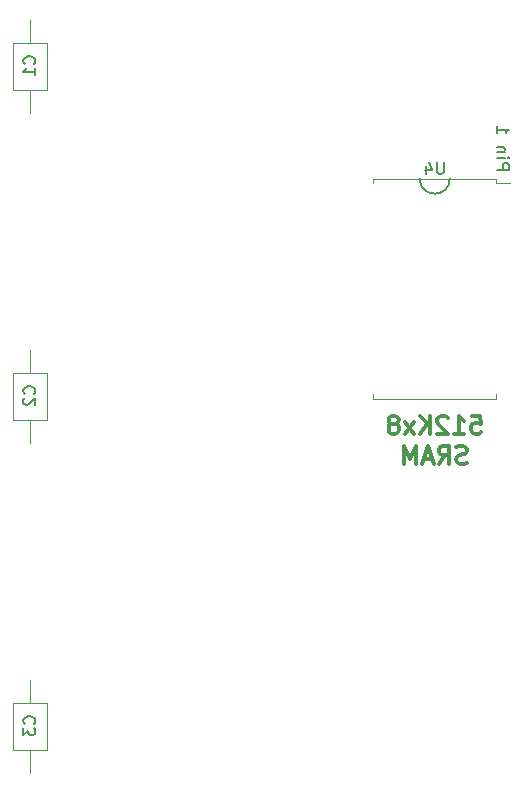
<source format=gbo>
G04 #@! TF.GenerationSoftware,KiCad,Pcbnew,5.0.2-bee76a0~70~ubuntu16.04.1*
G04 #@! TF.CreationDate,2019-04-13T11:09:42+01:00*
G04 #@! TF.ProjectId,BusAdapter,42757341-6461-4707-9465-722e6b696361,rev?*
G04 #@! TF.SameCoordinates,PX3021c70PY8dff518*
G04 #@! TF.FileFunction,Legend,Bot*
G04 #@! TF.FilePolarity,Positive*
%FSLAX46Y46*%
G04 Gerber Fmt 4.6, Leading zero omitted, Abs format (unit mm)*
G04 Created by KiCad (PCBNEW 5.0.2-bee76a0~70~ubuntu16.04.1) date Sat 13 Apr 2019 11:09:42 BST*
%MOMM*%
%LPD*%
G01*
G04 APERTURE LIST*
%ADD10C,0.200000*%
%ADD11C,0.300000*%
%ADD12C,0.120000*%
%ADD13C,0.150000*%
G04 APERTURE END LIST*
D10*
X62212500Y69810000D02*
G75*
G02X59672500Y69810000I-1270000J0D01*
G01*
X66222619Y70580477D02*
X67222619Y70580477D01*
X67222619Y70961429D01*
X67175000Y71056667D01*
X67127380Y71104286D01*
X67032142Y71151905D01*
X66889285Y71151905D01*
X66794047Y71104286D01*
X66746428Y71056667D01*
X66698809Y70961429D01*
X66698809Y70580477D01*
X66222619Y71580477D02*
X66889285Y71580477D01*
X67222619Y71580477D02*
X67175000Y71532858D01*
X67127380Y71580477D01*
X67175000Y71628096D01*
X67222619Y71580477D01*
X67127380Y71580477D01*
X66889285Y72056667D02*
X66222619Y72056667D01*
X66794047Y72056667D02*
X66841666Y72104286D01*
X66889285Y72199524D01*
X66889285Y72342381D01*
X66841666Y72437620D01*
X66746428Y72485239D01*
X66222619Y72485239D01*
X66222619Y74247143D02*
X66222619Y73675715D01*
X66222619Y73961429D02*
X67222619Y73961429D01*
X67079761Y73866191D01*
X66984523Y73770953D01*
X66936904Y73675715D01*
D11*
X64102857Y49721429D02*
X64817142Y49721429D01*
X64888571Y49007143D01*
X64817142Y49078572D01*
X64674285Y49150000D01*
X64317142Y49150000D01*
X64174285Y49078572D01*
X64102857Y49007143D01*
X64031428Y48864286D01*
X64031428Y48507143D01*
X64102857Y48364286D01*
X64174285Y48292858D01*
X64317142Y48221429D01*
X64674285Y48221429D01*
X64817142Y48292858D01*
X64888571Y48364286D01*
X62602857Y48221429D02*
X63460000Y48221429D01*
X63031428Y48221429D02*
X63031428Y49721429D01*
X63174285Y49507143D01*
X63317142Y49364286D01*
X63460000Y49292858D01*
X62031428Y49578572D02*
X61960000Y49650000D01*
X61817142Y49721429D01*
X61460000Y49721429D01*
X61317142Y49650000D01*
X61245714Y49578572D01*
X61174285Y49435715D01*
X61174285Y49292858D01*
X61245714Y49078572D01*
X62102857Y48221429D01*
X61174285Y48221429D01*
X60531428Y48221429D02*
X60531428Y49721429D01*
X59674285Y48221429D02*
X60317142Y49078572D01*
X59674285Y49721429D02*
X60531428Y48864286D01*
X59174285Y48221429D02*
X58388571Y49221429D01*
X59174285Y49221429D02*
X58388571Y48221429D01*
X57602857Y49078572D02*
X57745714Y49150000D01*
X57817142Y49221429D01*
X57888571Y49364286D01*
X57888571Y49435715D01*
X57817142Y49578572D01*
X57745714Y49650000D01*
X57602857Y49721429D01*
X57317142Y49721429D01*
X57174285Y49650000D01*
X57102857Y49578572D01*
X57031428Y49435715D01*
X57031428Y49364286D01*
X57102857Y49221429D01*
X57174285Y49150000D01*
X57317142Y49078572D01*
X57602857Y49078572D01*
X57745714Y49007143D01*
X57817142Y48935715D01*
X57888571Y48792858D01*
X57888571Y48507143D01*
X57817142Y48364286D01*
X57745714Y48292858D01*
X57602857Y48221429D01*
X57317142Y48221429D01*
X57174285Y48292858D01*
X57102857Y48364286D01*
X57031428Y48507143D01*
X57031428Y48792858D01*
X57102857Y48935715D01*
X57174285Y49007143D01*
X57317142Y49078572D01*
X63638571Y45742858D02*
X63424285Y45671429D01*
X63067142Y45671429D01*
X62924285Y45742858D01*
X62852857Y45814286D01*
X62781428Y45957143D01*
X62781428Y46100000D01*
X62852857Y46242858D01*
X62924285Y46314286D01*
X63067142Y46385715D01*
X63352857Y46457143D01*
X63495714Y46528572D01*
X63567142Y46600000D01*
X63638571Y46742858D01*
X63638571Y46885715D01*
X63567142Y47028572D01*
X63495714Y47100000D01*
X63352857Y47171429D01*
X62995714Y47171429D01*
X62781428Y47100000D01*
X61281428Y45671429D02*
X61781428Y46385715D01*
X62138571Y45671429D02*
X62138571Y47171429D01*
X61567142Y47171429D01*
X61424285Y47100000D01*
X61352857Y47028572D01*
X61281428Y46885715D01*
X61281428Y46671429D01*
X61352857Y46528572D01*
X61424285Y46457143D01*
X61567142Y46385715D01*
X62138571Y46385715D01*
X60710000Y46100000D02*
X59995714Y46100000D01*
X60852857Y45671429D02*
X60352857Y47171429D01*
X59852857Y45671429D01*
X59352857Y45671429D02*
X59352857Y47171429D01*
X58852857Y46100000D01*
X58352857Y47171429D01*
X58352857Y45671429D01*
D12*
G04 #@! TO.C,U4*
X66132500Y69430000D02*
X67292500Y69430000D01*
X66132500Y69810000D02*
X66132500Y69430000D01*
X60942500Y69810000D02*
X66132500Y69810000D01*
X55752500Y69810000D02*
X55752500Y69430000D01*
X60942500Y69810000D02*
X55752500Y69810000D01*
X66132500Y51180000D02*
X66132500Y51560000D01*
X60942500Y51180000D02*
X66132500Y51180000D01*
X55752500Y51180000D02*
X55752500Y51560000D01*
X60942500Y51180000D02*
X55752500Y51180000D01*
G04 #@! TO.C,C1*
X28090000Y77275000D02*
X25250000Y77275000D01*
X25250000Y77275000D02*
X25250000Y81315000D01*
X25250000Y81315000D02*
X28090000Y81315000D01*
X28090000Y81315000D02*
X28090000Y77275000D01*
X26670000Y75335000D02*
X26670000Y77275000D01*
X26670000Y83255000D02*
X26670000Y81315000D01*
G04 #@! TO.C,C2*
X26670000Y55315000D02*
X26670000Y53375000D01*
X26670000Y47395000D02*
X26670000Y49335000D01*
X28090000Y53375000D02*
X28090000Y49335000D01*
X25250000Y53375000D02*
X28090000Y53375000D01*
X25250000Y49335000D02*
X25250000Y53375000D01*
X28090000Y49335000D02*
X25250000Y49335000D01*
G04 #@! TO.C,C3*
X26670000Y27375000D02*
X26670000Y25435000D01*
X26670000Y19455000D02*
X26670000Y21395000D01*
X28090000Y25435000D02*
X28090000Y21395000D01*
X25250000Y25435000D02*
X28090000Y25435000D01*
X25250000Y21395000D02*
X25250000Y25435000D01*
X28090000Y21395000D02*
X25250000Y21395000D01*
G04 #@! TO.C,U4*
D13*
X61704404Y71202620D02*
X61704404Y70393096D01*
X61656785Y70297858D01*
X61609166Y70250239D01*
X61513928Y70202620D01*
X61323452Y70202620D01*
X61228214Y70250239D01*
X61180595Y70297858D01*
X61132976Y70393096D01*
X61132976Y71202620D01*
X60228214Y70869286D02*
X60228214Y70202620D01*
X60466309Y71250239D02*
X60704404Y70535953D01*
X60085357Y70535953D01*
G04 #@! TO.C,C1*
X27027142Y79541667D02*
X27074761Y79589286D01*
X27122380Y79732143D01*
X27122380Y79827381D01*
X27074761Y79970239D01*
X26979523Y80065477D01*
X26884285Y80113096D01*
X26693809Y80160715D01*
X26550952Y80160715D01*
X26360476Y80113096D01*
X26265238Y80065477D01*
X26170000Y79970239D01*
X26122380Y79827381D01*
X26122380Y79732143D01*
X26170000Y79589286D01*
X26217619Y79541667D01*
X27122380Y78589286D02*
X27122380Y79160715D01*
X27122380Y78875000D02*
X26122380Y78875000D01*
X26265238Y78970239D01*
X26360476Y79065477D01*
X26408095Y79160715D01*
G04 #@! TO.C,C2*
X27027142Y51601667D02*
X27074761Y51649286D01*
X27122380Y51792143D01*
X27122380Y51887381D01*
X27074761Y52030239D01*
X26979523Y52125477D01*
X26884285Y52173096D01*
X26693809Y52220715D01*
X26550952Y52220715D01*
X26360476Y52173096D01*
X26265238Y52125477D01*
X26170000Y52030239D01*
X26122380Y51887381D01*
X26122380Y51792143D01*
X26170000Y51649286D01*
X26217619Y51601667D01*
X26217619Y51220715D02*
X26170000Y51173096D01*
X26122380Y51077858D01*
X26122380Y50839762D01*
X26170000Y50744524D01*
X26217619Y50696905D01*
X26312857Y50649286D01*
X26408095Y50649286D01*
X26550952Y50696905D01*
X27122380Y51268334D01*
X27122380Y50649286D01*
G04 #@! TO.C,C3*
X27027142Y23661667D02*
X27074761Y23709286D01*
X27122380Y23852143D01*
X27122380Y23947381D01*
X27074761Y24090239D01*
X26979523Y24185477D01*
X26884285Y24233096D01*
X26693809Y24280715D01*
X26550952Y24280715D01*
X26360476Y24233096D01*
X26265238Y24185477D01*
X26170000Y24090239D01*
X26122380Y23947381D01*
X26122380Y23852143D01*
X26170000Y23709286D01*
X26217619Y23661667D01*
X26122380Y23328334D02*
X26122380Y22709286D01*
X26503333Y23042620D01*
X26503333Y22899762D01*
X26550952Y22804524D01*
X26598571Y22756905D01*
X26693809Y22709286D01*
X26931904Y22709286D01*
X27027142Y22756905D01*
X27074761Y22804524D01*
X27122380Y22899762D01*
X27122380Y23185477D01*
X27074761Y23280715D01*
X27027142Y23328334D01*
G04 #@! TD*
M02*

</source>
